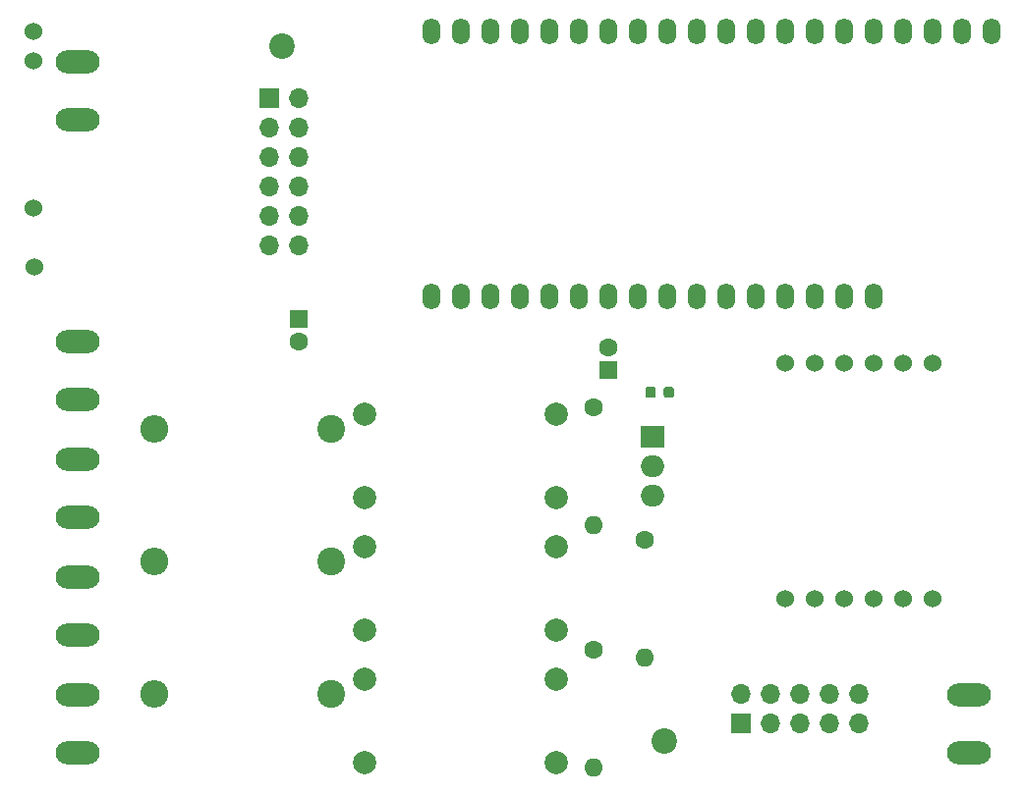
<source format=gts>
%TF.GenerationSoftware,KiCad,Pcbnew,(5.1.5)-3*%
%TF.CreationDate,2020-07-19T14:01:50+02:00*%
%TF.ProjectId,REM-C,52454d2d-432e-46b6-9963-61645f706362,rev?*%
%TF.SameCoordinates,Original*%
%TF.FileFunction,Soldermask,Top*%
%TF.FilePolarity,Negative*%
%FSLAX46Y46*%
G04 Gerber Fmt 4.6, Leading zero omitted, Abs format (unit mm)*
G04 Created by KiCad (PCBNEW (5.1.5)-3) date 2020-07-19 14:01:50*
%MOMM*%
%LPD*%
G04 APERTURE LIST*
%ADD10C,1.524000*%
%ADD11O,1.524000X2.268000*%
%ADD12O,1.700000X1.700000*%
%ADD13R,1.700000X1.700000*%
%ADD14O,1.600000X1.600000*%
%ADD15C,1.600000*%
%ADD16O,2.400000X2.400000*%
%ADD17C,2.400000*%
%ADD18C,0.100000*%
%ADD19O,2.000000X1.905000*%
%ADD20R,2.000000X1.905000*%
%ADD21C,2.200000*%
%ADD22O,3.784600X1.993900*%
%ADD23R,1.600000X1.600000*%
%ADD24C,2.000000*%
G04 APERTURE END LIST*
D10*
X179070000Y-83185000D03*
X176530000Y-83185000D03*
X173990000Y-83185000D03*
X171450000Y-83185000D03*
X168910000Y-83185000D03*
X166370000Y-83185000D03*
X166370000Y-62865000D03*
X168910000Y-62865000D03*
X171450000Y-62865000D03*
X173990000Y-62865000D03*
X176530000Y-62865000D03*
X179070000Y-62865000D03*
D11*
X184150000Y-34290000D03*
X181610000Y-34290000D03*
X179070000Y-34290000D03*
X176530000Y-34290000D03*
X173990000Y-34290000D03*
X171450000Y-34290000D03*
X168910000Y-34290000D03*
X166370000Y-34290000D03*
X163830000Y-34290000D03*
X161290000Y-34290000D03*
X158750000Y-34290000D03*
X156210000Y-34290000D03*
X153670000Y-34290000D03*
X151130000Y-34290000D03*
X148590000Y-34290000D03*
X146050000Y-34290000D03*
X143510000Y-34290000D03*
X140970000Y-34290000D03*
X138430000Y-34290000D03*
X135890000Y-34290000D03*
X173990000Y-57150000D03*
X171450000Y-57150000D03*
X168910000Y-57150000D03*
X166370000Y-57150000D03*
X163830000Y-57150000D03*
X161290000Y-57150000D03*
X158750000Y-57150000D03*
X156210000Y-57150000D03*
X153670000Y-57150000D03*
X151130000Y-57150000D03*
X148590000Y-57150000D03*
X146050000Y-57150000D03*
X143510000Y-57150000D03*
X140970000Y-57150000D03*
X138430000Y-57150000D03*
X135890000Y-57150000D03*
D12*
X124460000Y-52705000D03*
X121920000Y-52705000D03*
X124460000Y-50165000D03*
X121920000Y-50165000D03*
X124460000Y-47625000D03*
X121920000Y-47625000D03*
X124460000Y-45085000D03*
X121920000Y-45085000D03*
X124460000Y-42545000D03*
X121920000Y-42545000D03*
X124460000Y-40005000D03*
D13*
X121920000Y-40005000D03*
D14*
X149860000Y-97790000D03*
D15*
X149860000Y-87630000D03*
D14*
X154305000Y-88265000D03*
D15*
X154305000Y-78105000D03*
D14*
X149860000Y-76835000D03*
D15*
X149860000Y-66675000D03*
D16*
X112014000Y-80010000D03*
D17*
X127254000Y-80010000D03*
D18*
G36*
X155027691Y-64931053D02*
G01*
X155048926Y-64934203D01*
X155069750Y-64939419D01*
X155089962Y-64946651D01*
X155109368Y-64955830D01*
X155127781Y-64966866D01*
X155145024Y-64979654D01*
X155160930Y-64994070D01*
X155175346Y-65009976D01*
X155188134Y-65027219D01*
X155199170Y-65045632D01*
X155208349Y-65065038D01*
X155215581Y-65085250D01*
X155220797Y-65106074D01*
X155223947Y-65127309D01*
X155225000Y-65148750D01*
X155225000Y-65661250D01*
X155223947Y-65682691D01*
X155220797Y-65703926D01*
X155215581Y-65724750D01*
X155208349Y-65744962D01*
X155199170Y-65764368D01*
X155188134Y-65782781D01*
X155175346Y-65800024D01*
X155160930Y-65815930D01*
X155145024Y-65830346D01*
X155127781Y-65843134D01*
X155109368Y-65854170D01*
X155089962Y-65863349D01*
X155069750Y-65870581D01*
X155048926Y-65875797D01*
X155027691Y-65878947D01*
X155006250Y-65880000D01*
X154568750Y-65880000D01*
X154547309Y-65878947D01*
X154526074Y-65875797D01*
X154505250Y-65870581D01*
X154485038Y-65863349D01*
X154465632Y-65854170D01*
X154447219Y-65843134D01*
X154429976Y-65830346D01*
X154414070Y-65815930D01*
X154399654Y-65800024D01*
X154386866Y-65782781D01*
X154375830Y-65764368D01*
X154366651Y-65744962D01*
X154359419Y-65724750D01*
X154354203Y-65703926D01*
X154351053Y-65682691D01*
X154350000Y-65661250D01*
X154350000Y-65148750D01*
X154351053Y-65127309D01*
X154354203Y-65106074D01*
X154359419Y-65085250D01*
X154366651Y-65065038D01*
X154375830Y-65045632D01*
X154386866Y-65027219D01*
X154399654Y-65009976D01*
X154414070Y-64994070D01*
X154429976Y-64979654D01*
X154447219Y-64966866D01*
X154465632Y-64955830D01*
X154485038Y-64946651D01*
X154505250Y-64939419D01*
X154526074Y-64934203D01*
X154547309Y-64931053D01*
X154568750Y-64930000D01*
X155006250Y-64930000D01*
X155027691Y-64931053D01*
G37*
G36*
X156602691Y-64931053D02*
G01*
X156623926Y-64934203D01*
X156644750Y-64939419D01*
X156664962Y-64946651D01*
X156684368Y-64955830D01*
X156702781Y-64966866D01*
X156720024Y-64979654D01*
X156735930Y-64994070D01*
X156750346Y-65009976D01*
X156763134Y-65027219D01*
X156774170Y-65045632D01*
X156783349Y-65065038D01*
X156790581Y-65085250D01*
X156795797Y-65106074D01*
X156798947Y-65127309D01*
X156800000Y-65148750D01*
X156800000Y-65661250D01*
X156798947Y-65682691D01*
X156795797Y-65703926D01*
X156790581Y-65724750D01*
X156783349Y-65744962D01*
X156774170Y-65764368D01*
X156763134Y-65782781D01*
X156750346Y-65800024D01*
X156735930Y-65815930D01*
X156720024Y-65830346D01*
X156702781Y-65843134D01*
X156684368Y-65854170D01*
X156664962Y-65863349D01*
X156644750Y-65870581D01*
X156623926Y-65875797D01*
X156602691Y-65878947D01*
X156581250Y-65880000D01*
X156143750Y-65880000D01*
X156122309Y-65878947D01*
X156101074Y-65875797D01*
X156080250Y-65870581D01*
X156060038Y-65863349D01*
X156040632Y-65854170D01*
X156022219Y-65843134D01*
X156004976Y-65830346D01*
X155989070Y-65815930D01*
X155974654Y-65800024D01*
X155961866Y-65782781D01*
X155950830Y-65764368D01*
X155941651Y-65744962D01*
X155934419Y-65724750D01*
X155929203Y-65703926D01*
X155926053Y-65682691D01*
X155925000Y-65661250D01*
X155925000Y-65148750D01*
X155926053Y-65127309D01*
X155929203Y-65106074D01*
X155934419Y-65085250D01*
X155941651Y-65065038D01*
X155950830Y-65045632D01*
X155961866Y-65027219D01*
X155974654Y-65009976D01*
X155989070Y-64994070D01*
X156004976Y-64979654D01*
X156022219Y-64966866D01*
X156040632Y-64955830D01*
X156060038Y-64946651D01*
X156080250Y-64939419D01*
X156101074Y-64934203D01*
X156122309Y-64931053D01*
X156143750Y-64930000D01*
X156581250Y-64930000D01*
X156602691Y-64931053D01*
G37*
D19*
X154940000Y-74295000D03*
X154940000Y-71755000D03*
D20*
X154940000Y-69215000D03*
D12*
X172720000Y-91440000D03*
X172720000Y-93980000D03*
X170180000Y-91440000D03*
X170180000Y-93980000D03*
X167640000Y-91440000D03*
X167640000Y-93980000D03*
X165100000Y-91440000D03*
X165100000Y-93980000D03*
X162560000Y-91440000D03*
D13*
X162560000Y-93980000D03*
D21*
X156000000Y-95500000D03*
X123000000Y-35500000D03*
D22*
X182245000Y-96480000D03*
X182245000Y-91480000D03*
D16*
X112014000Y-91440000D03*
D17*
X127254000Y-91440000D03*
D22*
X105410000Y-36870000D03*
X105410000Y-41870000D03*
D15*
X151130000Y-61500000D03*
D23*
X151130000Y-63500000D03*
D15*
X124460000Y-61055000D03*
D23*
X124460000Y-59055000D03*
D16*
X112014000Y-68580000D03*
D17*
X127254000Y-68580000D03*
D24*
X130175000Y-97378000D03*
X146675000Y-97378000D03*
X146675000Y-90178000D03*
X130175000Y-90178000D03*
X130175000Y-85948000D03*
X146675000Y-85948000D03*
X146675000Y-78748000D03*
X130175000Y-78748000D03*
X130175000Y-74518000D03*
X146675000Y-74518000D03*
X146675000Y-67318000D03*
X130175000Y-67318000D03*
D10*
X101720000Y-54610000D03*
X101600000Y-49530000D03*
X101600000Y-36830000D03*
X101600000Y-34290000D03*
D22*
X105410000Y-61000000D03*
X105410000Y-66000000D03*
X105410000Y-91480000D03*
X105410000Y-96480000D03*
X105410000Y-81320000D03*
X105410000Y-86320000D03*
X105410000Y-71160000D03*
X105410000Y-76160000D03*
M02*

</source>
